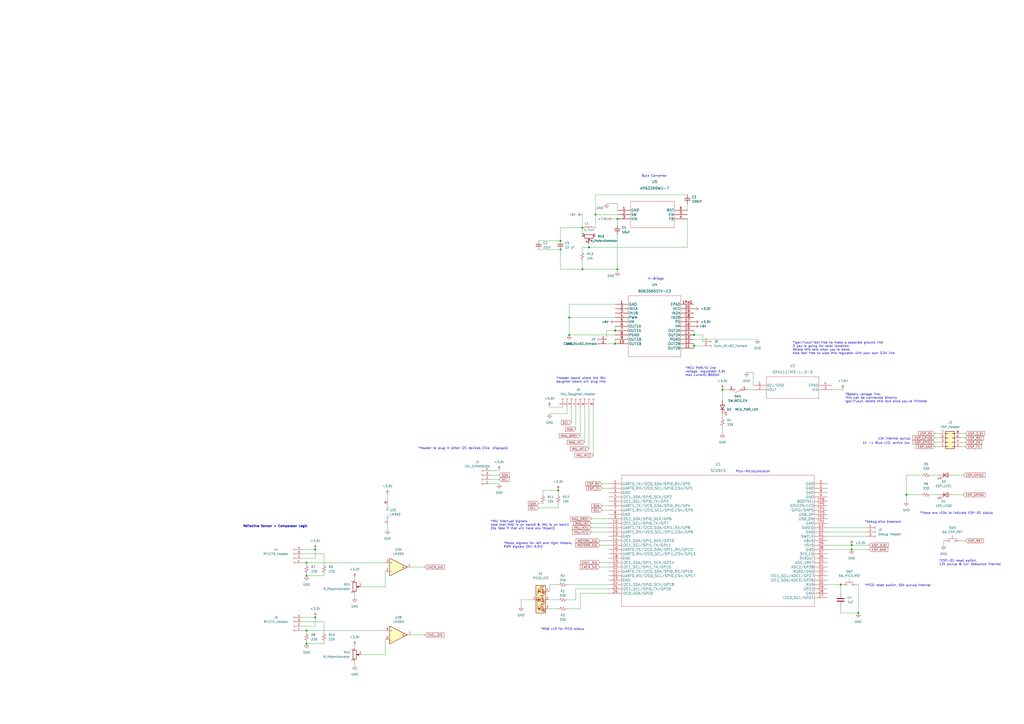
<source format=kicad_sch>
(kicad_sch (version 20211123) (generator eeschema)
  (paper "A2")
  (lib_symbols
    (symbol "+3.3V_1" (power) (pin_names (offset 0))
      (property "Value" "+3.3V_1" (at 0 3.556 0))
      (symbol "+3.3V_1_1_1"
        (pin power_in line (at 0 0 90) (length 0) hide (name "+3.3V") (number "1"))
      )
    )
    (symbol "+3.3V_11" (power) (pin_names (offset 0))
      (property "Value" "+3.3V_11" (at 0 3.556 0))
      (symbol "+3.3V_11_1_1"
        (pin power_in line (at 0 0 90) (length 0) hide (name "+3.3V") (number "1"))
      )
    )
    (symbol "+3.3V_12" (power) (pin_names (offset 0))
      (property "Value" "+3.3V_12" (at 0 3.556 0))
      (symbol "+3.3V_12_1_1"
        (pin power_in line (at 0 0 90) (length 0) hide (name "+3.3V") (number "1"))
      )
    )
    (symbol "+3.3V_2" (power) (pin_names (offset 0))
      (property "Value" "+3.3V_2" (at 0 3.556 0))
      (symbol "+3.3V_2_1_1"
        (pin power_in line (at 0 0 90) (length 0) hide (name "+3.3V") (number "1"))
      )
    )
    (symbol "+3.3V_3" (power) (pin_names (offset 0))
      (property "Value" "+3.3V_3" (at 0 3.556 0))
      (symbol "+3.3V_3_1_1"
        (pin power_in line (at 0 0 90) (length 0) hide (name "+3.3V") (number "1"))
      )
    )
    (symbol "+3.3V_4" (power) (pin_names (offset 0))
      (property "Value" "+3.3V_4" (at 0 3.556 0))
      (symbol "+3.3V_4_1_1"
        (pin power_in line (at 0 0 90) (length 0) hide (name "+3.3V") (number "1"))
      )
    )
    (symbol "+3.3V_5" (power) (pin_names (offset 0))
      (property "Value" "+3.3V_5" (at 0 3.556 0))
      (symbol "+3.3V_5_1_1"
        (pin power_in line (at 0 0 90) (length 0) hide (name "+3.3V") (number "1"))
      )
    )
    (symbol "+3.3V_6" (power) (pin_names (offset 0))
      (property "Value" "+3.3V_6" (at 0 3.556 0))
      (symbol "+3.3V_6_1_1"
        (pin power_in line (at 0 0 90) (length 0) hide (name "+3.3V") (number "1"))
      )
    )
    (symbol "+3.3V_7" (power) (pin_names (offset 0))
      (property "Value" "+3.3V_7" (at 0 3.556 0))
      (symbol "+3.3V_7_1_1"
        (pin power_in line (at 0 0 90) (length 0) hide (name "+3.3V") (number "1"))
      )
    )
    (symbol "+3.3V_8" (power) (pin_names (offset 0))
      (property "Value" "+3.3V_8" (at 0 3.556 0))
      (symbol "+3.3V_8_1_1"
        (pin power_in line (at 0 0 90) (length 0) hide (name "+3.3V") (number "1"))
      )
    )
    (symbol "+3.3V_9" (power) (pin_names (offset 0))
      (property "Value" "+3.3V_9" (at 0 3.556 0))
      (symbol "+3.3V_9_1_1"
        (pin power_in line (at 0 0 90) (length 0) hide (name "+3.3V") (number "1"))
      )
    )
    (symbol "Buck Convertor:AP62200WU-7" (pin_names (offset 0.254))
      (property "Reference" "U" (at 20.32 10.16 0))
      (property "Value" "AP62200WU-7" (at 20.32 7.62 0))
      (symbol "AP62200WU-7_1_1"
        (pin power_in line (at 0 0 0) (length 7.62) (name "GND") (number "1"))
        (pin unspecified line (at 0 -2.54 0) (length 7.62) (name "SW") (number "2"))
        (pin power_in line (at 0 -5.08 0) (length 7.62) (name "VIN") (number "3"))
        (pin unspecified line (at 40.64 -5.08 180) (length 7.62) (name "FB") (number "4"))
        (pin input line (at 40.64 -2.54 180) (length 7.62) (name "EN") (number "5"))
        (pin input line (at 40.64 0 180) (length 7.62) (name "BST") (number "6"))
      )
    )
    (symbol "Comparator:LM393" (pin_names (offset 0.127))
      (property "Reference" "U" (at 3.81 3.81 0))
      (property "Value" "LM393" (at 6.35 -3.81 0))
      (symbol "LM393_1_1"
        (pin open_collector line (at 7.62 0 180) (length 2.54) (name "~") (number "1"))
        (pin input line (at -7.62 -2.54 0) (length 2.54) (name "-") (number "2"))
        (pin input line (at -7.62 2.54 0) (length 2.54) (name "+") (number "3"))
      )
      (symbol "LM393_2_1"
        (pin input line (at -7.62 2.54 0) (length 2.54) (name "+") (number "5"))
        (pin input line (at -7.62 -2.54 0) (length 2.54) (name "_") (number "6"))
        (pin open_collector line (at 7.62 0 180) (length 2.54) (name "~") (number "7"))
      )
      (symbol "LM393_3_1"
        (pin power_in line (at -2.54 -7.62 90) (length 3.81) (name "V-") (number "4"))
        (pin power_in line (at -2.54 7.62 270) (length 3.81) (name "V+") (number "8"))
      )
    )
    (symbol "Connector:Conn_01x02_Female" (pin_names (offset 1.016) hide)
      (property "Reference" "J" (at 0 2.54 0))
      (property "Value" "Conn_01x02_Female" (at 0 -5.08 0))
      (symbol "Conn_01x02_Female_1_1"
        (pin passive line (at -5.08 0 0) (length 3.81) (name "Pin_1") (number "1"))
        (pin passive line (at -5.08 -2.54 0) (length 3.81) (name "Pin_2") (number "2"))
      )
    )
    (symbol "Connector:Conn_01x03_Female" (pin_names (offset 1.016) hide)
      (property "Reference" "J" (at 0 5.08 0))
      (property "Value" "Conn_01x03_Female" (at 0 -5.08 0))
      (symbol "Conn_01x03_Female_1_1"
        (pin passive line (at -5.08 2.54 0) (length 3.81) (name "Pin_1") (number "1"))
        (pin passive line (at -5.08 0 0) (length 3.81) (name "Pin_2") (number "2"))
        (pin passive line (at -5.08 -2.54 0) (length 3.81) (name "Pin_3") (number "3"))
      )
    )
    (symbol "Connector:Conn_01x04_Female" (pin_names (offset 1.016) hide)
      (property "Reference" "J" (at 0 5.08 0))
      (property "Value" "Conn_01x04_Female" (at 0 -7.62 0))
      (symbol "Conn_01x04_Female_1_1"
        (pin passive line (at -5.08 2.54 0) (length 3.81) (name "Pin_1") (number "1"))
        (pin passive line (at -5.08 0 0) (length 3.81) (name "Pin_2") (number "2"))
        (pin passive line (at -5.08 -2.54 0) (length 3.81) (name "Pin_3") (number "3"))
        (pin passive line (at -5.08 -5.08 0) (length 3.81) (name "Pin_4") (number "4"))
      )
    )
    (symbol "Connector:Conn_01x08_Female" (pin_names (offset 1.016) hide)
      (property "Reference" "J" (at 0 10.16 0))
      (property "Value" "Conn_01x08_Female" (at 0 -12.7 0))
      (symbol "Conn_01x08_Female_1_1"
        (pin passive line (at -5.08 7.62 0) (length 3.81) (name "Pin_1") (number "1"))
        (pin passive line (at -5.08 5.08 0) (length 3.81) (name "Pin_2") (number "2"))
        (pin passive line (at -5.08 2.54 0) (length 3.81) (name "Pin_3") (number "3"))
        (pin passive line (at -5.08 0 0) (length 3.81) (name "Pin_4") (number "4"))
        (pin passive line (at -5.08 -2.54 0) (length 3.81) (name "Pin_5") (number "5"))
        (pin passive line (at -5.08 -5.08 0) (length 3.81) (name "Pin_6") (number "6"))
        (pin passive line (at -5.08 -7.62 0) (length 3.81) (name "Pin_7") (number "7"))
        (pin passive line (at -5.08 -10.16 0) (length 3.81) (name "Pin_8") (number "8"))
      )
    )
    (symbol "Connector_Generic:Conn_02x04_Odd_Even" (pin_names (offset 1.016) hide)
      (property "Reference" "J" (at 1.27 5.08 0))
      (property "Value" "Conn_02x04_Odd_Even" (at 1.27 -7.62 0))
      (symbol "Conn_02x04_Odd_Even_1_1"
        (pin passive line (at -5.08 2.54 0) (length 3.81) (name "Pin_1") (number "1"))
        (pin passive line (at 7.62 2.54 180) (length 3.81) (name "Pin_2") (number "2"))
        (pin passive line (at -5.08 0 0) (length 3.81) (name "Pin_3") (number "3"))
        (pin passive line (at 7.62 0 180) (length 3.81) (name "Pin_4") (number "4"))
        (pin passive line (at -5.08 -2.54 0) (length 3.81) (name "Pin_5") (number "5"))
        (pin passive line (at 7.62 -2.54 180) (length 3.81) (name "Pin_6") (number "6"))
        (pin passive line (at -5.08 -5.08 0) (length 3.81) (name "Pin_7") (number "7"))
        (pin passive line (at 7.62 -5.08 180) (length 3.81) (name "Pin_8") (number "8"))
      )
    )
    (symbol "Device:C" (pin_numbers hide) (pin_names (offset 0.254))
      (property "Reference" "C" (at 0.635 2.54 0))
      (property "Value" "C" (at 0.635 -2.54 0))
      (symbol "C_1_1"
        (pin passive line (at 0 3.81 270) (length 2.794) (name "~") (number "1"))
        (pin passive line (at 0 -3.81 90) (length 2.794) (name "~") (number "2"))
      )
    )
    (symbol "Device:C_Small" (pin_numbers hide) (pin_names (offset 0.254) hide)
      (property "Reference" "C" (at 0.254 1.778 0))
      (property "Value" "C_Small" (at 0.254 -2.032 0))
      (symbol "C_Small_1_1"
        (pin passive line (at 0 2.54 270) (length 2.032) (name "~") (number "1"))
        (pin passive line (at 0 -2.54 90) (length 2.032) (name "~") (number "2"))
      )
    )
    (symbol "Device:L" (pin_numbers hide) (pin_names (offset 1.016) hide)
      (property "Reference" "L" (at -1.27 0 90))
      (property "Value" "L" (at 1.905 0 90))
      (symbol "L_1_1"
        (pin passive line (at 0 3.81 270) (length 1.27) (name "1") (number "1"))
        (pin passive line (at 0 -3.81 90) (length 1.27) (name "2") (number "2"))
      )
    )
    (symbol "Device:LED" (pin_numbers hide) (pin_names (offset 1.016) hide)
      (property "Reference" "D" (at 0 2.54 0))
      (property "Value" "LED" (at 0 -2.54 0))
      (symbol "LED_1_1"
        (pin passive line (at -3.81 0 0) (length 2.54) (name "K") (number "1"))
        (pin passive line (at 3.81 0 180) (length 2.54) (name "A") (number "2"))
      )
    )
    (symbol "Device:LED_RGBK" (pin_names (offset 0) hide)
      (property "Reference" "D" (at 0 9.398 0))
      (property "Value" "LED_RGBK" (at 0 -8.89 0))
      (symbol "LED_RGBK_0_0"
        (text "B" (at 1.905 -6.35 0) (effects (font (size 1.27 1.27))))
        (text "G" (at 1.905 -1.27 0) (effects (font (size 1.27 1.27))))
        (text "R" (at 1.905 3.81 0) (effects (font (size 1.27 1.27))))
      )
      (symbol "LED_RGBK_1_1"
        (pin passive line (at 5.08 5.08 180) (length 2.54) (name "RA") (number "1"))
        (pin passive line (at 5.08 0 180) (length 2.54) (name "GA") (number "2"))
        (pin passive line (at 5.08 -5.08 180) (length 2.54) (name "BA") (number "3"))
        (pin passive line (at -5.08 0 0) (length 2.54) (name "K") (number "4"))
      )
    )
    (symbol "Device:R_Potentiometer" (pin_names (offset 1.016) hide)
      (property "Reference" "RV" (at -4.445 0 90))
      (property "Value" "R_Potentiometer" (at -2.54 0 90))
      (symbol "R_Potentiometer_1_1"
        (pin passive line (at 0 3.81 270) (length 1.27) (name "1") (number "1"))
        (pin passive line (at 3.81 0 180) (length 1.27) (name "2") (number "2"))
        (pin passive line (at 0 -3.81 90) (length 1.27) (name "3") (number "3"))
      )
    )
    (symbol "Device:R_Small_US" (pin_numbers hide) (pin_names (offset 0.254) hide)
      (property "Reference" "R" (at 0.762 0.508 0))
      (property "Value" "R_Small_US" (at 0.762 -1.016 0))
      (symbol "R_Small_US_1_1"
        (pin passive line (at 0 2.54 270) (length 1.016) (name "~") (number "1"))
        (pin passive line (at 0 -2.54 90) (length 1.016) (name "~") (number "2"))
      )
    )
    (symbol "H bridge:BD63565EFV-E2" (pin_names (offset 0.254))
      (property "Reference" "U" (at 22.86 10.16 0))
      (property "Value" "BD63565EFV-E2" (at 22.86 7.62 0))
      (symbol "BD63565EFV-E2_1_1"
        (pin power_in line (at 0 0 0) (length 7.62) (name "GND") (number "1"))
        (pin output line (at 0 -22.86 0) (length 7.62) (name "OUT1B") (number "10"))
        (pin output line (at 45.72 -25.4 180) (length 7.62) (name "OUT2B") (number "11"))
        (pin output line (at 45.72 -22.86 180) (length 7.62) (name "OUT2B") (number "12"))
        (pin power_in line (at 45.72 -20.32 180) (length 7.62) (name "PGND") (number "13"))
        (pin output line (at 45.72 -17.78 180) (length 7.62) (name "OUT2A") (number "14"))
        (pin output line (at 45.72 -15.24 180) (length 7.62) (name "OUT2A") (number "15"))
        (pin power_in line (at 45.72 -12.7 180) (length 7.62) (name "VM") (number "16"))
        (pin unspecified line (at 45.72 -10.16 180) (length 7.62) (name "PS") (number "17"))
        (pin input line (at 45.72 -7.62 180) (length 7.62) (name "IN2B") (number "18"))
        (pin input line (at 45.72 -5.08 180) (length 7.62) (name "IN2A") (number "19"))
        (pin input line (at 0 -2.54 0) (length 7.62) (name "IN1A") (number "2"))
        (pin power_in line (at 45.72 -2.54 180) (length 7.62) (name "VCC") (number "20"))
        (pin input line (at 0 -5.08 0) (length 7.62) (name "IN1B") (number "3"))
        (pin input line (at 0 -7.62 0) (length 7.62) (name "PWM") (number "4"))
        (pin power_in line (at 0 -10.16 0) (length 7.62) (name "VM") (number "5"))
        (pin output line (at 0 -12.7 0) (length 7.62) (name "OUT1A") (number "6"))
        (pin output line (at 0 -15.24 0) (length 7.62) (name "OUT1A") (number "7"))
        (pin power_in line (at 0 -17.78 0) (length 7.62) (name "PGND") (number "8"))
        (pin output line (at 0 -20.32 0) (length 7.62) (name "OUT1B") (number "9"))
        (pin power_in line (at 45.72 0 180) (length 7.62) (name "EPAD") (number "EPAD"))
      )
    )
    (symbol "MCUs:SC0915" (pin_names (offset 0.254))
      (property "Reference" "U" (at 63.5 10.16 0))
      (property "Value" "SC0915" (at 63.5 7.62 0))
      (symbol "SC0915_1_1"
        (pin bidirectional line (at 0 0 0) (length 7.62) (name "UART0_TX/I2C0_SDA/SPI0_RX/GP0") (number "1"))
        (pin bidirectional line (at 0 -22.86 0) (length 7.62) (name "I2C1_SCL/SPI0_TX/GP7") (number "10"))
        (pin bidirectional line (at 0 -25.4 0) (length 7.62) (name "UART1_TX/I2C0_SDA/SPI1_RX/GP8") (number "11"))
        (pin bidirectional line (at 0 -27.94 0) (length 7.62) (name "UART1_RX/I2C0_SCL/SPI1_CSn/GP9") (number "12"))
        (pin power_in line (at 0 -30.48 0) (length 7.62) (name "GND") (number "13"))
        (pin bidirectional line (at 0 -33.02 0) (length 7.62) (name "I2C1_SDA/SPI1_SCK/GP10") (number "14"))
        (pin bidirectional line (at 0 -35.56 0) (length 7.62) (name "I2C1_SCL/SPI1_TX/GP11") (number "15"))
        (pin bidirectional line (at 0 -38.1 0) (length 7.62) (name "UART0_TX/I2C0_SDA/GPI1_RX/GP12") (number "16"))
        (pin bidirectional line (at 0 -40.64 0) (length 7.62) (name "UART0_RX/I2C0_SCL/SPI1_CSn/GP13") (number "17"))
        (pin power_in line (at 0 -43.18 0) (length 7.62) (name "GND") (number "18"))
        (pin bidirectional line (at 0 -45.72 0) (length 7.62) (name "I2C1_SDA/SPI1_SCK/GP14") (number "19"))
        (pin bidirectional line (at 0 -2.54 0) (length 7.62) (name "UART0_RX/I2C0_SCL/GPI0_CSn/GP1") (number "2"))
        (pin bidirectional line (at 0 -48.26 0) (length 7.62) (name "I2C1_SCL/SPI1_TX/GP15") (number "20"))
        (pin bidirectional line (at 0 -50.8 0) (length 7.62) (name "UART0_TX/I2C0_SDA/SPI0_RX/GP16") (number "21"))
        (pin bidirectional line (at 0 -53.34 0) (length 7.62) (name "UART0_RX/I2C0_SCL/SPI0_CSn/GP17") (number "22"))
        (pin power_in line (at 0 -55.88 0) (length 7.62) (name "GND") (number "23"))
        (pin bidirectional line (at 0 -58.42 0) (length 7.62) (name "I2C1_SDA/SPI0_SCK/GP18") (number "24"))
        (pin bidirectional line (at 0 -60.96 0) (length 7.62) (name "I2C1_SCL/SPI0_TX/GP19") (number "25"))
        (pin bidirectional line (at 0 -63.5 0) (length 7.62) (name "I2C0_SDA/GP20") (number "26"))
        (pin bidirectional line (at 127 -66.04 180) (length 7.62) (name "I2C0_SCL/GP21") (number "27"))
        (pin power_in line (at 127 -63.5 180) (length 7.62) (name "GND") (number "28"))
        (pin bidirectional line (at 127 -60.96 180) (length 7.62) (name "GP22") (number "29"))
        (pin power_in line (at 0 -5.08 0) (length 7.62) (name "GND") (number "3"))
        (pin unspecified line (at 127 -58.42 180) (length 7.62) (name "RUN") (number "30"))
        (pin bidirectional line (at 127 -55.88 180) (length 7.62) (name "I2C1_SDA/ADC0/GP26") (number "31"))
        (pin bidirectional line (at 127 -53.34 180) (length 7.62) (name "I2C1_SCL/ADC1/GP27") (number "32"))
        (pin power_in line (at 127 -50.8 180) (length 7.62) (name "AGND/GND") (number "33"))
        (pin bidirectional line (at 127 -48.26 180) (length 7.62) (name "ADC2/GP28") (number "34"))
        (pin power_in line (at 127 -45.72 180) (length 7.62) (name "ADC_VREF") (number "35"))
        (pin output line (at 127 -43.18 180) (length 7.62) (name "3V3OUT") (number "36"))
        (pin power_in line (at 127 -40.64 180) (length 7.62) (name "3V3_EN") (number "37"))
        (pin power_in line (at 127 -38.1 180) (length 7.62) (name "GND") (number "38"))
        (pin power_in line (at 127 -35.56 180) (length 7.62) (name "VSYS") (number "39"))
        (pin bidirectional line (at 0 -7.62 0) (length 7.62) (name "I2C1_SDA/SPI0_SCK/GP2") (number "4"))
        (pin power_in line (at 127 -33.02 180) (length 7.62) (name "VBUS") (number "40"))
        (pin bidirectional line (at 0 -10.16 0) (length 7.62) (name "I2C1_SCL/SPI0_TX/GP3") (number "5"))
        (pin bidirectional line (at 0 -12.7 0) (length 7.62) (name "UART1_TX/I2C0_SDA/SPI0_RX/GP4") (number "6"))
        (pin bidirectional line (at 0 -15.24 0) (length 7.62) (name "UART1_RX/I2C0_SCL/SPI0_CSn/GP5") (number "7"))
        (pin power_in line (at 0 -17.78 0) (length 7.62) (name "GND") (number "8"))
        (pin bidirectional line (at 0 -20.32 0) (length 7.62) (name "I2C1_SDA/SPI0_SCK/GP6") (number "9"))
        (pin power_in line (at 127 -7.62 180) (length 7.62) (name "GND") (number "A"))
        (pin power_in line (at 127 -5.08 180) (length 7.62) (name "GND") (number "B"))
        (pin power_in line (at 127 -2.54 180) (length 7.62) (name "GND") (number "C"))
        (pin power_in line (at 127 0 180) (length 7.62) (name "GND") (number "D"))
        (pin unspecified line (at 127 -30.48 180) (length 7.62) (name "SWCLK") (number "D1"))
        (pin power_in line (at 127 -27.94 180) (length 7.62) (name "GND") (number "D2"))
        (pin unspecified line (at 127 -25.4 180) (length 7.62) (name "SWDIO") (number "D3"))
        (pin power_in line (at 127 -22.86 180) (length 7.62) (name "GND") (number "TP1"))
        (pin unspecified line (at 127 -20.32 180) (length 7.62) (name "USB_DM") (number "TP2"))
        (pin unspecified line (at 127 -17.78 180) (length 7.62) (name "USB_DP") (number "TP3"))
        (pin unspecified line (at 127 -15.24 180) (length 7.62) (name "GPIO/SMPS") (number "TP4"))
        (pin unspecified line (at 127 -12.7 180) (length 7.62) (name "GPIO25/LED") (number "TP5"))
        (pin unspecified line (at 127 -10.16 180) (length 7.62) (name "BOOTSEL") (number "TP6"))
      )
    )
    (symbol "Regulators:SPX1117M3-L-3-3" (pin_names (offset 0.254))
      (property "Reference" "U" (at 22.86 10.16 0))
      (property "Value" "SPX1117M3-L-3-3" (at 22.86 7.62 0))
      (symbol "SPX1117M3-L-3-3_1_1"
        (pin power_in line (at 0 0 0) (length 7.62) (name "ADJ/GND") (number "1"))
        (pin output line (at 0 -2.54 0) (length 7.62) (name "VOUT") (number "2"))
        (pin unspecified line (at 45.72 -2.54 180) (length 7.62) (name "VIN") (number "3"))
        (pin unspecified line (at 45.72 0 180) (length 7.62) (name "EPAD") (number "4"))
      )
    )
    (symbol "Switch:SW_Push" (pin_numbers hide) (pin_names (offset 1.016) hide)
      (property "Reference" "SW" (at 1.27 2.54 0))
      (property "Value" "SW_Push" (at 0 -1.524 0))
      (symbol "SW_Push_0_1"
        (pin passive line (at -5.08 0 0) (length 2.54) (name "1") (number "1"))
        (pin passive line (at 5.08 0 180) (length 2.54) (name "2") (number "2"))
      )
    )
    (symbol "Switch:SW_SPST" (pin_names (offset 0) hide)
      (property "Reference" "SW" (at 0 3.175 0))
      (property "Value" "SW_SPST" (at 0 -2.54 0))
      (symbol "SW_SPST_1_1"
        (pin passive line (at -5.08 0 0) (length 2.54) (name "A") (number "1"))
        (pin passive line (at 5.08 0 180) (length 2.54) (name "B") (number "2"))
      )
    )
    (symbol "power:+3.3V" (power) (pin_names (offset 0))
      (property "Value" "+3.3V" (at 0 3.556 0))
      (symbol "+3.3V_1_1"
        (pin power_in line (at 0 0 90) (length 0) hide (name "+3.3V") (number "1"))
      )
    )
    (symbol "power:+6V" (power) (pin_names (offset 0))
      (property "Value" "+6V" (at 0 3.556 0))
      (symbol "+6V_1_1"
        (pin power_in line (at 0 0 90) (length 0) hide (name "+6V") (number "1"))
      )
    )
    (symbol "power:+7.5V" (power) (pin_names (offset 0))
      (property "Value" "+7.5V" (at 0 3.556 0))
      (symbol "+7.5V_1_1"
        (pin power_in line (at 0 0 90) (length 0) hide (name "+7.5V") (number "1"))
      )
    )
    (symbol "power:GND" (power) (pin_names (offset 0))
      (property "Value" "GND" (at 0 -3.81 0))
      (symbol "GND_1_1"
        (pin power_in line (at 0 0 270) (length 0) hide (name "GND") (number "1"))
      )
    )
  )
  (junction (at 356.87 199.39))
  (junction (at 356.87 191.77))
  (junction (at 337.82 156.21))
  (junction (at 497.84 355.6))
  (junction (at 525.78 287.02))
  (junction (at 330.2 194.31))
  (junction (at 177.8 365.76))
  (junction (at 182.88 358.14))
  (junction (at 325.12 144.78))
  (junction (at 358.14 156.21))
  (junction (at 345.44 124.46))
  (junction (at 341.63 143.51))
  (junction (at 487.68 339.09))
  (junction (at 494.03 316.23))
  (junction (at 177.8 334.01))
  (junction (at 402.59 200.66))
  (junction (at 337.82 132.08))
  (junction (at 325.12 139.7))
  (junction (at 330.2 184.15))
  (junction (at 358.14 127))
  (junction (at 494.03 318.77))
  (junction (at 323.85 284.48))
  (junction (at 402.59 194.31))
  (junction (at 182.88 318.77))
  (junction (at 177.8 373.38))
  (junction (at 177.8 326.39))
  (junction (at 419.1 226.06))
  (wire (pts (xy 359.41 127) (xy 358.14 127)))
  (wire (pts (xy 177.8 372.11) (xy 177.8 373.38)))
  (wire (pts (xy 325.12 132.08) (xy 337.82 132.08)))
  (wire (pts (xy 337.82 124.46) (xy 337.82 132.08)))
  (wire (pts (xy 342.9 306.07) (xy 353.06 306.07)))
  (wire (pts (xy 351.79 196.85) (xy 351.79 191.77)))
  (wire (pts (xy 502.92 306.07) (xy 480.06 306.07)))
  (wire (pts (xy 497.84 339.09) (xy 497.84 355.6)))
  (wire (pts (xy 314.96 284.48) (xy 323.85 284.48)))
  (wire (pts (xy 312.42 294.64) (xy 323.85 294.64)))
  (wire (pts (xy 436.88 215.9) (xy 433.07 215.9)))
  (wire (pts (xy 345.44 124.46) (xy 358.14 124.46)))
  (wire (pts (xy 318.77 347.98) (xy 323.85 347.98)))
  (wire (pts (xy 349.25 293.37) (xy 353.06 293.37)))
  (wire (pts (xy 557.53 313.69) (xy 560.07 313.69)))
  (wire (pts (xy 284.48 275.59) (xy 289.56 275.59)))
  (wire (pts (xy 334.01 236.22) (xy 334.01 248.92)))
  (wire (pts (xy 407.67 198.12) (xy 407.67 194.31)))
  (wire (pts (xy 325.12 144.78) (xy 325.12 156.21)))
  (wire (pts (xy 325.12 139.7) (xy 325.12 132.08)))
  (wire (pts (xy 552.45 287.02) (xy 558.8 287.02)))
  (wire (pts (xy 238.76 328.93) (xy 246.38 328.93)))
  (wire (pts (xy 356.87 196.85) (xy 356.87 199.39)))
  (wire (pts (xy 177.8 365.76) (xy 223.52 365.76)))
  (wire (pts (xy 175.26 360.68) (xy 187.96 360.68)))
  (wire (pts (xy 302.26 347.98) (xy 308.61 347.98)))
  (wire (pts (xy 525.78 275.59) (xy 525.78 287.02)))
  (wire (pts (xy 407.67 194.31) (xy 402.59 194.31)))
  (wire (pts (xy 542.29 251.46) (xy 544.83 251.46)))
  (wire (pts (xy 337.82 151.13) (xy 337.82 156.21)))
  (wire (pts (xy 342.9 308.61) (xy 353.06 308.61)))
  (wire (pts (xy 175.26 318.77) (xy 182.88 318.77)))
  (wire (pts (xy 325.12 156.21) (xy 337.82 156.21)))
  (wire (pts (xy 182.88 323.85) (xy 182.88 318.77)))
  (wire (pts (xy 345.44 113.03) (xy 345.44 124.46)))
  (wire (pts (xy 328.93 347.98) (xy 334.01 347.98)))
  (wire (pts (xy 312.42 292.1) (xy 314.96 292.1)))
  (wire (pts (xy 542.29 254) (xy 544.83 254)))
  (wire (pts (xy 328.93 339.09) (xy 353.06 339.09)))
  (wire (pts (xy 205.74 344.17) (xy 205.74 346.71)))
  (wire (pts (xy 345.44 124.46) (xy 345.44 132.08)))
  (wire (pts (xy 487.68 351.79) (xy 487.68 355.6)))
  (wire (pts (xy 223.52 340.36) (xy 223.52 331.47)))
  (wire (pts (xy 358.14 118.11) (xy 358.14 121.92)))
  (wire (pts (xy 356.87 189.23) (xy 356.87 191.77)))
  (wire (pts (xy 502.92 311.15) (xy 480.06 311.15)))
  (wire (pts (xy 419.1 247.65) (xy 419.1 251.46)))
  (wire (pts (xy 398.78 118.11) (xy 398.78 121.92)))
  (wire (pts (xy 331.47 236.22) (xy 331.47 245.11)))
  (wire (pts (xy 482.6 226.06) (xy 488.95 226.06)))
  (wire (pts (xy 402.59 199.39) (xy 402.59 200.66)))
  (wire (pts (xy 205.74 374.65) (xy 205.74 375.92)))
  (wire (pts (xy 330.2 184.15) (xy 356.87 184.15)))
  (wire (pts (xy 312.42 144.78) (xy 325.12 144.78)))
  (wire (pts (xy 336.55 344.17) (xy 336.55 353.06)))
  (wire (pts (xy 341.63 236.22) (xy 341.63 260.35)))
  (wire (pts (xy 358.14 156.21) (xy 358.14 135.89)))
  (wire (pts (xy 552.45 275.59) (xy 558.8 275.59)))
  (wire (pts (xy 330.2 184.15) (xy 330.2 194.31)))
  (wire (pts (xy 177.8 332.74) (xy 177.8 334.01)))
  (wire (pts (xy 542.29 259.08) (xy 544.83 259.08)))
  (wire (pts (xy 284.48 273.05) (xy 289.56 273.05)))
  (wire (pts (xy 353.06 341.63) (xy 334.01 341.63)))
  (wire (pts (xy 187.96 372.11) (xy 187.96 373.38)))
  (wire (pts (xy 494.03 318.77) (xy 504.19 318.77)))
  (wire (pts (xy 557.53 256.54) (xy 560.07 256.54)))
  (wire (pts (xy 402.59 191.77) (xy 402.59 194.31)))
  (wire (pts (xy 402.59 196.85) (xy 439.42 196.85)))
  (wire (pts (xy 353.06 344.17) (xy 336.55 344.17)))
  (wire (pts (xy 284.48 278.13) (xy 289.56 278.13)))
  (wire (pts (xy 344.17 236.22) (xy 344.17 264.16)))
  (wire (pts (xy 351.79 118.11) (xy 358.14 118.11)))
  (wire (pts (xy 398.78 113.03) (xy 345.44 113.03)))
  (wire (pts (xy 358.14 127) (xy 358.14 130.81)))
  (wire (pts (xy 177.8 326.39) (xy 223.52 326.39)))
  (wire (pts (xy 175.26 363.22) (xy 182.88 363.22)))
  (wire (pts (xy 349.25 283.21) (xy 353.06 283.21)))
  (wire (pts (xy 318.77 353.06) (xy 323.85 353.06)))
  (wire (pts (xy 547.37 313.69) (xy 547.37 316.23)))
  (wire (pts (xy 347.98 328.93) (xy 353.06 328.93)))
  (wire (pts (xy 187.96 321.31) (xy 187.96 327.66)))
  (wire (pts (xy 534.67 275.59) (xy 525.78 275.59)))
  (wire (pts (xy 330.2 194.31) (xy 356.87 194.31)))
  (wire (pts (xy 419.1 226.06) (xy 419.1 232.41)))
  (wire (pts (xy 398.78 127) (xy 398.78 143.51)))
  (wire (pts (xy 358.14 157.48) (xy 358.14 156.21)))
  (wire (pts (xy 349.25 280.67) (xy 353.06 280.67)))
  (wire (pts (xy 318.77 339.09) (xy 318.77 342.9)))
  (wire (pts (xy 347.98 326.39) (xy 353.06 326.39)))
  (wire (pts (xy 539.75 287.02) (xy 544.83 287.02)))
  (wire (pts (xy 182.88 363.22) (xy 182.88 358.14)))
  (wire (pts (xy 187.96 334.01) (xy 177.8 334.01)))
  (wire (pts (xy 323.85 284.48) (xy 323.85 287.02)))
  (wire (pts (xy 419.1 226.06) (xy 422.91 226.06)))
  (wire (pts (xy 175.26 321.31) (xy 187.96 321.31)))
  (wire (pts (xy 328.93 240.03) (xy 318.77 240.03)))
  (wire (pts (xy 224.79 304.8) (xy 224.79 307.34)))
  (wire (pts (xy 341.63 140.97) (xy 341.63 143.51)))
  (wire (pts (xy 209.55 340.36) (xy 223.52 340.36)))
  (wire (pts (xy 224.79 287.02) (xy 224.79 289.56)))
  (wire (pts (xy 312.42 139.7) (xy 325.12 139.7)))
  (wire (pts (xy 480.06 318.77) (xy 494.03 318.77)))
  (wire (pts (xy 330.2 176.53) (xy 356.87 176.53)))
  (wire (pts (xy 419.1 240.03) (xy 419.1 242.57)))
  (wire (pts (xy 284.48 280.67) (xy 289.56 280.67)))
  (wire (pts (xy 177.8 326.39) (xy 177.8 327.66)))
  (wire (pts (xy 318.77 236.22) (xy 326.39 236.22)))
  (wire (pts (xy 339.09 236.22) (xy 339.09 256.54)))
  (wire (pts (xy 342.9 303.53) (xy 353.06 303.53)))
  (wire (pts (xy 487.68 339.09) (xy 487.68 344.17)))
  (wire (pts (xy 557.53 251.46) (xy 560.07 251.46)))
  (wire (pts (xy 557.53 259.08) (xy 560.07 259.08)))
  (wire (pts (xy 314.96 287.02) (xy 314.96 284.48)))
  (wire (pts (xy 351.79 191.77) (xy 356.87 191.77)))
  (wire (pts (xy 336.55 236.22) (xy 336.55 252.73)))
  (wire (pts (xy 355.6 127) (xy 358.14 127)))
  (wire (pts (xy 175.26 326.39) (xy 177.8 326.39)))
  (wire (pts (xy 302.26 347.98) (xy 302.26 351.79)))
  (wire (pts (xy 175.26 323.85) (xy 182.88 323.85)))
  (wire (pts (xy 177.8 365.76) (xy 177.8 367.03)))
  (wire (pts (xy 525.78 287.02) (xy 534.67 287.02)))
  (wire (pts (xy 433.07 226.06) (xy 436.88 226.06)))
  (wire (pts (xy 402.59 200.66) (xy 402.59 201.93)))
  (wire (pts (xy 494.03 316.23) (xy 504.19 316.23)))
  (wire (pts (xy 323.85 294.64) (xy 323.85 292.1)))
  (wire (pts (xy 205.74 335.28) (xy 205.74 336.55)))
  (wire (pts (xy 480.06 316.23) (xy 494.03 316.23)))
  (wire (pts (xy 205.74 383.54) (xy 205.74 386.08)))
  (wire (pts (xy 342.9 300.99) (xy 353.06 300.99)))
  (wire (pts (xy 187.96 373.38) (xy 177.8 373.38)))
  (wire (pts (xy 525.78 287.02) (xy 525.78 290.83)))
  (wire (pts (xy 539.75 275.59) (xy 544.83 275.59)))
  (wire (pts (xy 328.93 236.22) (xy 328.93 240.03)))
  (wire (pts (xy 557.53 254) (xy 560.07 254)))
  (wire (pts (xy 223.52 379.73) (xy 223.52 370.84)))
  (wire (pts (xy 351.79 199.39) (xy 356.87 199.39)))
  (wire (pts (xy 341.63 143.51) (xy 398.78 143.51)))
  (wire (pts (xy 187.96 332.74) (xy 187.96 334.01)))
  (wire (pts (xy 175.26 365.76) (xy 177.8 365.76)))
  (wire (pts (xy 330.2 176.53) (xy 330.2 184.15)))
  (wire (pts (xy 337.82 143.51) (xy 341.63 143.51)))
  (wire (pts (xy 328.93 353.06) (xy 336.55 353.06)))
  (wire (pts (xy 487.68 355.6) (xy 497.84 355.6)))
  (wire (pts (xy 337.82 143.51) (xy 337.82 146.05)))
  (wire (pts (xy 209.55 379.73) (xy 223.52 379.73)))
  (wire (pts (xy 337.82 132.08) (xy 337.82 137.16)))
  (wire (pts (xy 502.92 308.61) (xy 480.06 308.61)))
  (wire (pts (xy 175.26 358.14) (xy 182.88 358.14)))
  (wire (pts (xy 542.29 256.54) (xy 544.83 256.54)))
  (wire (pts (xy 347.98 316.23) (xy 353.06 316.23)))
  (wire (pts (xy 238.76 368.3) (xy 246.38 368.3)))
  (wire (pts (xy 407.67 200.66) (xy 402.59 200.66)))
  (wire (pts (xy 349.25 295.91) (xy 353.06 295.91)))
  (wire (pts (xy 323.85 339.09) (xy 318.77 339.09)))
  (wire (pts (xy 187.96 360.68) (xy 187.96 367.03)))
  (wire (pts (xy 334.01 341.63) (xy 334.01 347.98)))
  (wire (pts (xy 436.88 223.52) (xy 436.88 215.9)))
  (wire (pts (xy 480.06 339.09) (xy 487.68 339.09)))
  (wire (pts (xy 337.82 156.21) (xy 358.14 156.21)))
  (wire (pts (xy 347.98 313.69) (xy 353.06 313.69)))
  (text "*ESP-01 reset switch, \n12k pullup & 1uF debounce internal\n\n" (at 544.83 330.2 0) (effects (font (size 1.27 1.27)) (justify left bottom)))
  (text "Pico-Microcontroller\n" (at 426.72 274.32 0) (effects (font (size 1.27 1.27)) (justify left bottom)))
  (text "Buck Convertor\n" (at 372.11 102.87 0) (effects (font (size 1.27 1.27)) (justify left bottom)))
  (text "*PICO reset swtich, 50k pullup internal" (at 501.65 340.36 0) (effects (font (size 1.27 1.27)) (justify left bottom)))
  (text "*Battery voltage line.\nThis can be connected directly\nIgor/Yusuf, delete this text once you've finished" (at 490.22 233.68 0) (effects (font (size 1.27 1.27)) (justify left bottom)))
  (text "*IMU interrupt signals,\nnote that MAG is on bank0 & IMU is on bank1\n(No idea if that will have any impact)\n" (at 284.48 307.34 0) (effects (font (size 1.27 1.27)) (justify left bottom)))
  (text "*Header board where the IMU\ndaughter board will plug into" (at 322.58 222.25 0) (effects (font (size 1.27 1.27)) (justify left bottom)))
  (text "12k internal pullup\n" (at 509.27 255.27 0) (effects (font (size 1.27 1.27)) (justify left bottom)))
  (text "*Header to plug in other I2C devices (like  displays)\n\n" (at 242.57 262.89 0) (effects (font (size 1.27 1.27)) (justify left bottom)))
  (text "*RGB LED for PICO status\n" (at 313.69 365.76 0) (effects (font (size 1.27 1.27)) (justify left bottom)))
  (text "Reflective Sensor + Comparator Logic\n" (at 140.97 306.07 0) (effects (font (size 1.27 1.27) (thickness 0.254) bold) (justify left bottom)))
  (text "*Debug pins breakout" (at 501.65 303.53 0) (effects (font (size 1.27 1.27)) (justify left bottom)))
  (text "*MCU PWR/IO line\nvoltage, regulated: 3.3V\nmax current: 800mA" (at 397.51 218.44 0) (effects (font (size 1.27 1.27)) (justify left bottom)))
  (text "*Motor signals for left and right motors. \nPWM signals (0V-3.3V)\n\n" (at 292.1 320.04 0) (effects (font (size 1.27 1.27)) (justify left bottom)))
  (text "H-Bridge\n" (at 375.92 162.56 0) (effects (font (size 1.27 1.27)) (justify left bottom)))
  (text "1k -> Blue LED, active low" (at 500.38 257.81 0) (effects (font (size 1.27 1.27)) (justify left bottom)))
  (text "*These are LEDs to indicate ESP-01 status\n" (at 533.4 298.45 0) (effects (font (size 1.27 1.27)) (justify left bottom)))
  (text "*Igor/Yusuf feel free to make a separate ground line\nif you're going for total isolation.\nDelete this text when you're done.\nAlso feel free to wipe this regulator with your own 3.3V line" (at 459.74 205.74 0) (effects (font (size 1.27 1.27)) (justify left bottom)))
  (global_label "ESP_RST" (shape input) (at 560.07 313.69 0) (property "Intersheet References" "${INTERSHEET_REFS}" (effects hide)))
  (global_label "ESP_GPIO2" (shape input) (at 558.8 275.59 0) (property "Intersheet References" "${INTERSHEET_REFS}" (effects hide)))
  (global_label "MOTORR_SIG" (shape input) (at 347.98 316.23 180) (property "Intersheet References" "${INTERSHEET_REFS}" (effects hide)))
  (global_label "SDA" (shape input) (at 334.01 248.92 180) (property "Intersheet References" "${INTERSHEET_REFS}" (effects hide)))
  (global_label "ENCL_SIG" (shape input) (at 347.98 326.39 180) (property "Intersheet References" "${INTERSHEET_REFS}" (effects hide)))
  (global_label "SDA" (shape input) (at 349.25 293.37 180) (property "Intersheet References" "${INTERSHEET_REFS}" (effects hide)))
  (global_label "MAG_INT" (shape input) (at 342.9 303.53 180) (property "Intersheet References" "${INTERSHEET_REFS}" (effects hide)))
  (global_label "ESP_GND" (shape input) (at 504.19 318.77 0) (property "Intersheet References" "${INTERSHEET_REFS}" (effects hide)))
  (global_label "MAG_INT" (shape input) (at 339.09 256.54 180) (property "Intersheet References" "${INTERSHEET_REFS}" (effects hide)))
  (global_label "ESP_GPIO0" (shape input) (at 558.8 287.02 0) (property "Intersheet References" "${INTERSHEET_REFS}" (effects hide)))
  (global_label "ESP_EN" (shape input) (at 560.07 256.54 0) (property "Intersheet References" "${INTERSHEET_REFS}" (effects hide)))
  (global_label "IMU_INT1" (shape input) (at 341.63 260.35 180) (property "Intersheet References" "${INTERSHEET_REFS}" (effects hide)))
  (global_label "ENCR_SIG" (shape input) (at 347.98 328.93 180) (property "Intersheet References" "${INTERSHEET_REFS}" (effects hide)))
  (global_label "SDA" (shape input) (at 289.56 275.59 0) (property "Intersheet References" "${INTERSHEET_REFS}" (effects hide)))
  (global_label "ESP_GPIO0" (shape input) (at 542.29 254 180) (property "Intersheet References" "${INTERSHEET_REFS}" (effects hide)))
  (global_label "SCL" (shape input) (at 349.25 295.91 180) (property "Intersheet References" "${INTERSHEET_REFS}" (effects hide)))
  (global_label "SCL" (shape input) (at 331.47 245.11 180) (property "Intersheet References" "${INTERSHEET_REFS}" (effects hide)))
  (global_label "ESP_3.3V" (shape input) (at 504.19 316.23 0) (property "Intersheet References" "${INTERSHEET_REFS}" (effects hide)))
  (global_label "MAG_DRDY" (shape input) (at 342.9 300.99 180) (property "Intersheet References" "${INTERSHEET_REFS}" (effects hide)))
  (global_label "IMU_INT1" (shape input) (at 342.9 306.07 180) (property "Intersheet References" "${INTERSHEET_REFS}" (effects hide)))
  (global_label "ENCR_SIG" (shape input) (at 246.38 328.93 0) (property "Intersheet References" "${INTERSHEET_REFS}" (effects hide)))
  (global_label "ESP_RX" (shape input) (at 542.29 251.46 180) (property "Intersheet References" "${INTERSHEET_REFS}" (effects hide)))
  (global_label "ESP_3.3V" (shape input) (at 560.07 251.46 0) (property "Intersheet References" "${INTERSHEET_REFS}" (effects hide)))
  (global_label "SCL" (shape input) (at 312.42 294.64 180) (property "Intersheet References" "${INTERSHEET_REFS}" (effects hide)))
  (global_label "IMU_INT2" (shape input) (at 342.9 308.61 180) (property "Intersheet References" "${INTERSHEET_REFS}" (effects hide)))
  (global_label "ESP_GPIO2" (shape input) (at 542.29 256.54 180) (property "Intersheet References" "${INTERSHEET_REFS}" (effects hide)))
  (global_label "ESP_TX" (shape input) (at 560.07 259.08 0) (property "Intersheet References" "${INTERSHEET_REFS}" (effects hide)))
  (global_label "IMU_INT2" (shape input) (at 344.17 264.16 180) (property "Intersheet References" "${INTERSHEET_REFS}" (effects hide)))
  (global_label "SDA" (shape input) (at 312.42 292.1 180) (property "Intersheet References" "${INTERSHEET_REFS}" (effects hide)))
  (global_label "MAG_DRDY" (shape input) (at 336.55 252.73 180) (property "Intersheet References" "${INTERSHEET_REFS}" (effects hide)))
  (global_label "ESP_RST" (shape input) (at 560.07 254 0) (property "Intersheet References" "${INTERSHEET_REFS}" (effects hide)))
  (global_label "ENCL_SIG" (shape input) (at 246.38 368.3 0) (property "Intersheet References" "${INTERSHEET_REFS}" (effects hide)))
  (global_label "ESP_GND" (shape input) (at 542.29 259.08 180) (property "Intersheet References" "${INTERSHEET_REFS}" (effects hide)))
  (global_label "SCL" (shape input) (at 289.56 278.13 0) (property "Intersheet References" "${INTERSHEET_REFS}" (effects hide)))
  (global_label "MOTORL_SIG" (shape input) (at 347.98 313.69 180) (property "Intersheet References" "${INTERSHEET_REFS}" (effects hide)))
  (global_label "ESP_RX" (shape input) (at 349.25 280.67 180) (property "Intersheet References" "${INTERSHEET_REFS}" (effects hide)))
  (global_label "ESP_TX" (shape input) (at 349.25 283.21 180) (property "Intersheet References" "${INTERSHEET_REFS}" (effects hide)))
  (symbol (lib_name "+3.3V_8") (lib_id "power:+3.3V") (at 419.1 226.06 0) (unit 1)
    (property "Reference" "#PWR0102" (effects hide))
    (property "Value" "+3.3V" (at 419.1 220.98 0))
  )
  (symbol (lib_id "power:GND") (at 351.79 118.11 0) (unit 1)
    (property "Reference" "#PWR0136" (effects hide))
    (property "Value" "GND" (at 347.98 120.65 0))
  )
  (symbol (lib_id "Device:R_Small_US") (at 187.96 369.57 180) (unit 1)
    (property "Reference" "R10" (at 190.5 368.2999 0) (effects (justify right)))
    (property "Value" "220" (at 190.5 370.8399 0) (effects (justify right)))
    (property "Footprint" "Resistor_SMD:R_1206_3216Metric_Pad1.30x1.75mm_HandSolder" (effects hide))
  )
  (symbol (lib_id "power:GND") (at 205.74 346.71 0) (unit 1)
    (property "Reference" "#PWR0125" (effects hide))
    (property "Value" "GND" (at 205.74 351.79 0))
  )
  (symbol (lib_name "+3.3V_6") (lib_id "power:+3.3V") (at 323.85 284.48 0) (unit 1)
    (property "Reference" "#PWR0119" (effects hide))
    (property "Value" "+3.3V" (at 323.85 279.4 0))
  )
  (symbol (lib_id "power:GND") (at 177.8 373.38 0) (unit 1)
    (property "Reference" "#PWR0121" (effects hide))
    (property "Value" "GND" (at 177.8 378.46 0))
  )
  (symbol (lib_id "Switch:SW_Push") (at 552.45 313.69 0) (unit 1)
    (property "Reference" "SW3" (at 552.45 306.07 0))
    (property "Value" "SW_ESP_RST" (at 552.45 308.61 0))
    (property "Footprint" "Button_Switch_THT:SW_PUSH_6mm_H4.3mm" (effects hide))
  )
  (symbol (lib_id "Buck Convertor:AP62200WU-7") (at 358.14 121.92 0) (unit 1)
    (property "Reference" "U5" (at 379.73 105.41 0) (effects (font (size 1.524 1.524))))
    (property "Value" "AP62200WU-7" (at 379.73 109.22 0) (effects (font (size 1.524 1.524))))
    (property "Footprint" "SMPS_3rdParty:AP62200WU-7" (effects hide))
  )
  (symbol (lib_id "Device:R_Small_US") (at 326.39 353.06 90) (unit 1)
    (property "Reference" "R3" (at 326.39 356.87 90))
    (property "Value" "330" (at 326.39 359.41 90))
    (property "Footprint" "Resistor_SMD:R_1206_3216Metric_Pad1.30x1.75mm_HandSolder" (effects hide))
  )
  (symbol (lib_id "Device:R_Small_US") (at 326.39 339.09 90) (unit 1)
    (property "Reference" "R2" (at 326.39 334.01 90))
    (property "Value" "330" (at 326.39 336.55 90))
    (property "Footprint" "Resistor_SMD:R_1206_3216Metric_Pad1.30x1.75mm_HandSolder" (effects hide))
  )
  (symbol (lib_id "Device:R_Potentiometer") (at 205.74 379.73 0) (unit 1)
    (property "Reference" "RV2" (at 203.2 378.4599 0) (effects (justify right)))
    (property "Value" "R_Potentiometer" (at 203.2 380.9999 0) (effects (justify right)))
    (property "Footprint" "Potentiometer_SMD:Potentiometer_Bourns_TC33X_Vertical" (effects hide))
  )
  (symbol (lib_name "+3.3V_11") (lib_id "power:+3.3V") (at 402.59 179.07 270) (unit 1)
    (property "Reference" "#PWR0130" (effects hide))
    (property "Value" "+3.3V" (at 406.4 179.0699 90) (effects (justify left)))
  )
  (symbol (lib_id "Device:R_Potentiometer") (at 205.74 340.36 0) (unit 1)
    (property "Reference" "RV1" (at 203.2 339.0899 0) (effects (justify right)))
    (property "Value" "R_Potentiometer" (at 203.2 341.6299 0) (effects (justify right)))
    (property "Footprint" "Potentiometer_SMD:Potentiometer_Bourns_TC33X_Vertical" (effects hide))
  )
  (symbol (lib_id "Connector:Conn_01x08_Female") (at 334.01 231.14 90) (unit 1)
    (property "Reference" "J6" (at 335.28 226.06 90))
    (property "Value" "IMU_Daughter_Header" (at 335.28 228.6 90))
    (property "Footprint" "Connector_PinSocket_2.54mm:PinSocket_1x08_P2.54mm_Vertical" (effects hide))
  )
  (symbol (lib_id "power:GND") (at 419.1 251.46 0) (unit 1)
    (property "Reference" "#PWR0106" (effects hide))
    (property "Value" "GND" (at 419.1 256.54 0))
  )
  (symbol (lib_id "power:GND") (at 497.84 355.6 0) (unit 1)
    (property "Reference" "#PWR0105" (effects hide))
    (property "Value" "GND" (at 497.84 360.68 0))
  )
  (symbol (lib_name "+3.3V_7") (lib_id "power:+3.3V") (at 224.79 287.02 0) (unit 1)
    (property "Reference" "#PWR0112" (effects hide))
    (property "Value" "+3.3V" (at 224.79 281.94 0))
  )
  (symbol (lib_id "power:GND") (at 224.79 307.34 0) (unit 1)
    (property "Reference" "#PWR0113" (effects hide))
    (property "Value" "GND" (at 224.79 312.42 0))
  )
  (symbol (lib_id "Device:C_Small") (at 312.42 142.24 0) (unit 1)
    (property "Reference" "C2" (at 314.96 140.9762 0) (effects (justify left)))
    (property "Value" "22uF" (at 314.96 143.5162 0) (effects (justify left)))
    (property "Footprint" "Capacitor_SMD:C_1206_3216Metric_Pad1.33x1.80mm_HandSolder" (effects hide))
  )
  (symbol (lib_id "Connector:Conn_01x04_Female") (at 279.4 278.13 180) (unit 1)
    (property "Reference" "J1" (at 276.86 267.97 0))
    (property "Value" "I2C_EXPANSION" (at 276.86 270.51 0))
    (property "Footprint" "Connector_PinSocket_2.54mm:PinSocket_1x02_P2.54mm_Vertical" (effects hide))
  )
  (symbol (lib_id "power:+6V") (at 356.87 186.69 90) (unit 1)
    (property "Reference" "#PWR0117" (effects hide))
    (property "Value" "+6V" (at 353.06 186.6899 90) (effects (justify left)))
  )
  (symbol (lib_id "power:+7.5V") (at 488.95 226.06 0) (unit 1)
    (property "Reference" "#PWR0101" (effects hide))
    (property "Value" "+7.5V" (at 488.95 220.98 0))
  )
  (symbol (lib_id "power:GND") (at 439.42 196.85 0) (unit 1)
    (property "Reference" "#PWR0128" (effects hide))
    (property "Value" "GND" (at 439.42 201.93 0))
  )
  (symbol (lib_id "Comparator:LM393") (at 231.14 328.93 0) (unit 1)
    (property "Reference" "U3" (at 231.14 318.77 0))
    (property "Value" "LM393" (at 231.14 321.31 0))
    (property "Footprint" "Package_DIP:DIP-8_W7.62mm_LongPads" (effects hide))
    (property "Datasheet" "http://www.ti.com/lit/ds/symlink/lm393.pdf" (effects hide))
  )
  (symbol (lib_id "Device:R_Small_US") (at 187.96 330.2 180) (unit 1)
    (property "Reference" "R9" (at 190.5 328.9299 0) (effects (justify right)))
    (property "Value" "220" (at 190.5 331.4699 0) (effects (justify right)))
    (property "Footprint" "Resistor_SMD:R_1206_3216Metric_Pad1.30x1.75mm_HandSolder" (effects hide))
  )
  (symbol (lib_id "Device:R_Small_US") (at 323.85 289.56 180) (unit 1)
    (property "Reference" "R12" (at 326.39 288.2899 0) (effects (justify right)))
    (property "Value" "10k" (at 326.39 290.8299 0) (effects (justify right)))
    (property "Footprint" "Resistor_SMD:R_1206_3216Metric_Pad1.30x1.75mm_HandSolder" (effects hide))
  )
  (symbol (lib_id "power:GND") (at 302.26 351.79 0) (unit 1)
    (property "Reference" "#PWR0108" (effects hide))
    (property "Value" "GND" (at 302.26 356.87 0))
  )
  (symbol (lib_id "power:+6V") (at 337.82 124.46 90) (unit 1)
    (property "Reference" "#PWR0129" (effects hide))
    (property "Value" "+6V" (at 334.01 124.46 90) (effects (justify left)))
  )
  (symbol (lib_name "+3.3V_4") (lib_id "power:+3.3V") (at 182.88 358.14 0) (unit 1)
    (property "Reference" "#PWR0122" (effects hide))
    (property "Value" "+3.3V" (at 182.88 353.06 0))
  )
  (symbol (lib_id "power:+3.3V") (at 318.77 236.22 0) (unit 1)
    (property "Reference" "#PWR0116" (effects hide))
    (property "Value" "+3.3V" (at 318.77 231.14 0))
  )
  (symbol (lib_id "Device:R_Small_US") (at 537.21 275.59 90) (unit 1)
    (property "Reference" "R5" (at 537.21 269.24 90))
    (property "Value" "330" (at 537.21 271.78 90))
    (property "Footprint" "Resistor_SMD:R_1206_3216Metric_Pad1.30x1.75mm_HandSolder" (effects hide))
  )
  (symbol (lib_id "Switch:SW_SPST") (at 427.99 226.06 180) (unit 1)
    (property "Reference" "SW1" (at 427.99 229.87 0))
    (property "Value" "SW_MCU_EN" (at 427.99 232.41 0))
    (property "Footprint" "Connector_PinHeader_2.54mm:PinHeader_1x02_P2.54mm_Vertical" (effects hide))
  )
  (symbol (lib_id "Connector:Conn_01x02_Female") (at 346.71 196.85 0) (mirror y) (unit 1)
    (property "Reference" "J7" (at 344.17 196.85 0))
    (property "Value" "Conn_01x02_Female" (at 336.55 199.39 0))
    (property "Footprint" "Connector_PinSocket_2.54mm:PinSocket_1x02_P2.54mm_Vertical" (effects hide))
  )
  (symbol (lib_id "Device:R_Small_US") (at 419.1 245.11 180) (unit 1)
    (property "Reference" "R4" (at 421.64 243.8399 0) (effects (justify right)))
    (property "Value" "330" (at 421.64 246.3799 0) (effects (justify right)))
    (property "Footprint" "Resistor_SMD:R_1206_3216Metric_Pad1.30x1.75mm_HandSolder" (effects hide))
  )
  (symbol (lib_id "power:GND") (at 525.78 290.83 0) (unit 1)
    (property "Reference" "#PWR0109" (effects hide))
    (property "Value" "GND" (at 525.78 295.91 0))
  )
  (symbol (lib_id "power:GND") (at 433.07 215.9 0) (unit 1)
    (property "Reference" "#PWR0107" (effects hide))
    (property "Value" "GND" (at 433.07 220.98 0))
  )
  (symbol (lib_id "Connector:Conn_01x03_Female") (at 508 308.61 0) (unit 1)
    (property "Reference" "J2" (at 509.27 307.3399 0) (effects (justify left)))
    (property "Value" "Debug Header" (at 509.27 309.8799 0) (effects (justify left)))
    (property "Footprint" "Connector_PinSocket_2.54mm:PinSocket_1x03_P2.54mm_Vertical" (effects hide))
  )
  (symbol (lib_id "Device:R_Potentiometer") (at 341.63 137.16 270) (unit 1)
    (property "Reference" "RV3" (at 350.52 137.16 90) (effects (justify right)))
    (property "Value" "R_Potentiometer" (at 358.14 139.7 90) (effects (justify right)))
    (property "Footprint" "Potentiometer_SMD:Potentiometer_Bourns_TC33X_Vertical" (effects hide))
  )
  (symbol (lib_id "power:GND") (at 205.74 386.08 0) (unit 1)
    (property "Reference" "#PWR0127" (effects hide))
    (property "Value" "GND" (at 205.74 391.16 0))
  )
  (symbol (lib_name "+3.3V_12") (lib_id "power:+3.3V") (at 402.59 186.69 270) (unit 1)
    (property "Reference" "#PWR0131" (effects hide))
    (property "Value" "+3.3V" (at 406.4 186.6899 90) (effects (justify left)))
  )
  (symbol (lib_name "+3.3V_3") (lib_id "power:+3.3V") (at 182.88 318.77 0) (unit 1)
    (property "Reference" "#PWR0111" (effects hide))
    (property "Value" "+3.3V" (at 182.88 313.69 0))
  )
  (symbol (lib_id "Device:LED") (at 548.64 275.59 0) (unit 1)
    (property "Reference" "D3" (at 547.37 279.4 0))
    (property "Value" "ESP_LED1" (at 547.37 281.94 0))
    (property "Footprint" "LED_SMD:LED_2010_5025Metric_Pad1.52x2.65mm_HandSolder" (effects hide))
  )
  (symbol (lib_id "power:+7.5V") (at 355.6 127 90) (unit 1)
    (property "Reference" "#PWR0135" (effects hide))
    (property "Value" "+7.5V" (at 346.71 127 90) (effects (justify right)))
  )
  (symbol (lib_id "Connector:Conn_01x04_Female") (at 170.18 363.22 180) (unit 1)
    (property "Reference" "J5" (at 160.02 358.14 0))
    (property "Value" "RFLCTL_Header" (at 160.02 360.68 0))
    (property "Footprint" "Connector_PinSocket_2.54mm:PinSocket_1x04_P2.54mm_Vertical" (effects hide))
  )
  (symbol (lib_id "Device:L") (at 341.63 132.08 90) (unit 1)
    (property "Reference" "L1" (at 340.36 129.54 90))
    (property "Value" "4.7uH" (at 341.63 133.35 90))
    (property "Footprint" "Inductor_SMD:L_1210_3225Metric_Pad1.42x2.65mm_HandSolder" (effects hide))
  )
  (symbol (lib_id "Device:C_Small") (at 358.14 133.35 0) (unit 1)
    (property "Reference" "C1" (at 360.68 132.0862 0) (effects (justify left)))
    (property "Value" "10uF" (at 360.68 134.6262 0) (effects (justify left)))
    (property "Footprint" "Capacitor_SMD:C_1206_3216Metric_Pad1.33x1.80mm_HandSolder" (effects hide))
  )
  (symbol (lib_id "H bridge:BD63565EFV-E2") (at 356.87 176.53 0) (unit 1)
    (property "Reference" "U4" (at 379.73 165.1 0) (effects (font (size 1.524 1.524))))
    (property "Value" "BD63565EFV-E2" (at 379.73 168.91 0) (effects (font (size 1.524 1.524))))
    (property "Footprint" "Drivers_3rdParty:BD63565EFV-E2" (effects hide))
  )
  (symbol (lib_id "power:GND") (at 318.77 240.03 0) (unit 1)
    (property "Reference" "#PWR0115" (effects hide))
    (property "Value" "GND" (at 318.77 245.11 0))
  )
  (symbol (lib_id "power:GND") (at 330.2 194.31 0) (unit 1)
    (property "Reference" "#PWR0114" (effects hide))
    (property "Value" "GND" (at 330.2 199.39 0))
  )
  (symbol (lib_id "Device:R_Small_US") (at 337.82 148.59 180) (unit 1)
    (property "Reference" "R13" (at 340.36 147.3199 0) (effects (justify right)))
    (property "Value" "10k" (at 340.36 149.8599 0) (effects (justify right)))
    (property "Footprint" "Resistor_SMD:R_1206_3216Metric_Pad1.30x1.75mm_HandSolder" (effects hide))
  )
  (symbol (lib_id "Switch:SW_Push") (at 492.76 339.09 0) (unit 1)
    (property "Reference" "SW2" (at 492.76 331.47 0))
    (property "Value" "SW_PICO_RST" (at 492.76 334.01 0))
    (property "Footprint" "Button_Switch_THT:SW_PUSH_6mm_H4.3mm" (effects hide))
  )
  (symbol (lib_id "Device:R_Small_US") (at 537.21 287.02 90) (unit 1)
    (property "Reference" "R6" (at 537.21 280.67 90))
    (property "Value" "330" (at 537.21 283.21 90))
    (property "Footprint" "Resistor_SMD:R_1206_3216Metric_Pad1.30x1.75mm_HandSolder" (effects hide))
  )
  (symbol (lib_name "+3.3V_5") (lib_id "power:+3.3V") (at 289.56 273.05 0) (unit 1)
    (property "Reference" "#PWR0118" (effects hide))
    (property "Value" "+3.3V" (at 289.56 267.97 0))
  )
  (symbol (lib_id "Comparator:LM393") (at 231.14 368.3 0) (unit 2)
    (property "Reference" "U3" (at 231.14 358.14 0))
    (property "Value" "LM393" (at 231.14 360.68 0))
    (property "Footprint" "Package_DIP:DIP-8_W7.62mm_LongPads" (effects hide))
    (property "Datasheet" "http://www.ti.com/lit/ds/symlink/lm393.pdf" (effects hide))
  )
  (symbol (lib_id "Device:LED") (at 419.1 236.22 90) (unit 1)
    (property "Reference" "D2" (at 422.91 237.49 90))
    (property "Value" "MCU_PWR_LED" (at 433.07 237.49 90))
    (property "Footprint" "LED_SMD:LED_2010_5025Metric_Pad1.52x2.65mm_HandSolder" (effects hide))
  )
  (symbol (lib_id "Device:C_Small") (at 398.78 115.57 0) (unit 1)
    (property "Reference" "C3" (at 401.32 114.3062 0) (effects (justify left)))
    (property "Value" "100nF" (at 401.32 116.8462 0) (effects (justify left)))
    (property "Footprint" "Capacitor_SMD:C_1206_3216Metric_Pad1.33x1.80mm_HandSolder" (effects hide))
  )
  (symbol (lib_id "Device:C_Small") (at 325.12 142.24 0) (unit 1)
    (property "Reference" "C5" (at 327.66 140.9762 0) (effects (justify left)))
    (property "Value" "22 uF" (at 327.66 143.5162 0) (effects (justify left)))
    (property "Footprint" "Capacitor_SMD:C_1206_3216Metric_Pad1.33x1.80mm_HandSolder" (effects hide))
  )
  (symbol (lib_id "Comparator:LM393") (at 227.33 297.18 0) (unit 3)
    (property "Reference" "U3" (at 226.06 295.9099 0) (effects (justify left)))
    (property "Value" "LM393" (at 226.06 298.4499 0) (effects (justify left)))
    (property "Footprint" "Package_DIP:DIP-8_W7.62mm_LongPads" (effects hide))
    (property "Datasheet" "http://www.ti.com/lit/ds/symlink/lm393.pdf" (effects hide))
  )
  (symbol (lib_id "Connector:Conn_01x04_Female") (at 170.18 323.85 180) (unit 1)
    (property "Reference" "J4" (at 160.02 318.77 0))
    (property "Value" "RFLCTR_Header" (at 160.02 321.31 0))
    (property "Footprint" "Connector_PinSocket_2.54mm:PinSocket_1x04_P2.54mm_Vertical" (effects hide))
  )
  (symbol (lib_id "Device:R_Small_US") (at 177.8 330.2 180) (unit 1)
    (property "Reference" "R7" (at 180.34 328.9299 0) (effects (justify right)))
    (property "Value" "220" (at 180.34 331.4699 0) (effects (justify right)))
    (property "Footprint" "Resistor_SMD:R_1206_3216Metric_Pad1.30x1.75mm_HandSolder" (effects hide))
  )
  (symbol (lib_id "Device:LED_RGBK") (at 313.69 347.98 0) (unit 1)
    (property "Reference" "D1" (at 313.69 332.74 0))
    (property "Value" "PICO_LED" (at 313.69 335.28 0))
    (property "Footprint" "LED_THT:LED_D5.0mm-4_RGB" (effects hide))
  )
  (symbol (lib_name "+3.3V_2") (lib_id "power:+3.3V") (at 205.74 335.28 0) (unit 1)
    (property "Reference" "#PWR0126" (effects hide))
    (property "Value" "+3.3V" (at 205.74 330.2 0))
  )
  (symbol (lib_id "Device:R_Small_US") (at 177.8 369.57 180) (unit 1)
    (property "Reference" "R8" (at 180.34 368.2999 0) (effects (justify right)))
    (property "Value" "220" (at 180.34 370.8399 0) (effects (justify right)))
    (property "Footprint" "Resistor_SMD:R_1206_3216Metric_Pad1.30x1.75mm_HandSolder" (effects hide))
  )
  (symbol (lib_id "power:GND") (at 177.8 334.01 0) (unit 1)
    (property "Reference" "#PWR0123" (effects hide))
    (property "Value" "GND" (at 177.8 339.09 0))
  )
  (symbol (lib_id "Connector_Generic:Conn_02x04_Odd_Even") (at 549.91 256.54 0) (mirror x) (unit 1)
    (property "Reference" "J3" (at 551.18 245.11 0))
    (property "Value" "ESP_Header" (at 551.18 247.65 0))
    (property "Footprint" "Connector_PinSocket_2.54mm:PinSocket_2x04_P2.54mm_Vertical" (effects hide))
  )
  (symbol (lib_id "power:GND") (at 547.37 316.23 0) (unit 1)
    (property "Reference" "#PWR0110" (effects hide))
    (property "Value" "GND" (at 547.37 321.31 0))
  )
  (symbol (lib_id "Device:R_Small_US") (at 326.39 347.98 90) (unit 1)
    (property "Reference" "R1" (at 326.39 342.9 90))
    (property "Value" "330" (at 326.39 345.44 90))
    (property "Footprint" "Resistor_SMD:R_1206_3216Metric_Pad1.30x1.75mm_HandSolder" (effects hide))
  )
  (symbol (lib_id "Device:C") (at 487.68 347.98 0) (unit 1)
    (property "Reference" "C4" (at 491.49 346.7099 0) (effects (justify left)))
    (property "Value" "1uF" (at 491.49 349.2499 0) (effects (justify left)))
    (property "Footprint" "Capacitor_SMD:C_1206_3216Metric_Pad1.33x1.80mm_HandSolder" (effects hide))
  )
  (symbol (lib_id "Regulators:SPX1117M3-L-3-3") (at 436.88 223.52 0) (unit 1)
    (property "Reference" "U2" (at 459.74 212.09 0) (effects (font (size 1.524 1.524))))
    (property "Value" "SPX1117M3-L-3-3" (at 459.74 215.9 0) (effects (font (size 1.524 1.524))))
    (property "Footprint" "Regulators:SPX1117M3-L-3-3&slash_TR" (effects hide))
  )
  (symbol (lib_id "power:GND") (at 358.14 157.48 0) (unit 1)
    (property "Reference" "#PWR0133" (effects hide))
    (property "Value" "GND" (at 354.33 160.02 0))
  )
  (symbol (lib_id "power:GND") (at 494.03 318.77 0) (unit 1)
    (property "Reference" "#PWR0103" (effects hide))
    (property "Value" "GND" (at 494.03 323.85 0))
  )
  (symbol (lib_id "MCUs:SC0915") (at 353.06 280.67 0) (unit 1)
    (property "Reference" "U1" (at 416.56 269.24 0) (effects (font (size 1.524 1.524))))
    (property "Value" "SC0915" (at 416.56 273.05 0) (effects (font (size 1.524 1.524))))
    (property "Footprint" "MCUs:SC0915" (effects hide))
  )
  (symbol (lib_id "power:GND") (at 289.56 280.67 0) (unit 1)
    (property "Reference" "#PWR0120" (effects hide))
    (property "Value" "GND" (at 289.56 285.75 0))
  )
  (symbol (lib_id "Device:LED") (at 548.64 287.02 0) (unit 1)
    (property "Reference" "D4" (at 547.37 290.83 0))
    (property "Value" "ESP_LED0" (at 547.37 293.37 0))
    (property "Footprint" "LED_SMD:LED_2010_5025Metric_Pad1.52x2.65mm_HandSolder" (effects hide))
  )
  (symbol (lib_id "power:+6V") (at 402.59 189.23 270) (unit 1)
    (property "Reference" "#PWR0132" (effects hide))
    (property "Value" "+6V" (at 407.67 189.23 90))
  )
  (symbol (lib_id "Connector:Conn_01x02_Female") (at 412.75 198.12 0) (unit 1)
    (property "Reference" "J8" (at 414.02 198.1199 0) (effects (justify left)))
    (property "Value" "Conn_01x02_Female" (at 414.02 200.66 0) (effects (justify left)))
    (property "Footprint" "Connector_PinSocket_2.54mm:PinSocket_1x02_P2.54mm_Vertical" (effects hide))
  )
  (symbol (lib_id "Device:R_Small_US") (at 314.96 289.56 180) (unit 1)
    (property "Reference" "R11" (at 317.5 288.2899 0) (effects (justify right)))
    (property "Value" "10k" (at 317.5 290.8299 0) (effects (justify right)))
    (property "Footprint" "Resistor_SMD:R_1206_3216Metric_Pad1.30x1.75mm_HandSolder" (effects hide))
  )
  (symbol (lib_name "+3.3V_9") (lib_id "power:+3.3V") (at 494.03 316.23 0) (unit 1)
    (property "Reference" "#PWR0104" (effects hide))
    (property "Value" "+3.3V" (at 499.11 314.96 0))
  )
  (symbol (lib_name "+3.3V_1") (lib_id "power:+3.3V") (at 205.74 374.65 0) (unit 1)
    (property "Reference" "#PWR0124" (effects hide))
    (property "Value" "+3.3V" (at 205.74 369.57 0))
  )
)
</source>
